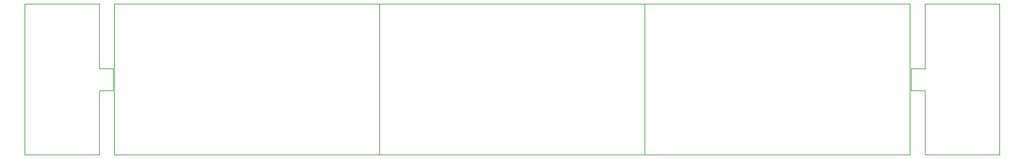
<source format=gbr>
%TF.GenerationSoftware,KiCad,Pcbnew,8.0.2*%
%TF.CreationDate,2025-03-04T10:53:31+01:00*%
%TF.ProjectId,USB-C_PD_Module_PANELIZED,5553422d-435f-4504-945f-4d6f64756c65,rev?*%
%TF.SameCoordinates,Original*%
%TF.FileFunction,Profile,NP*%
%FSLAX46Y46*%
G04 Gerber Fmt 4.6, Leading zero omitted, Abs format (unit mm)*
G04 Created by KiCad (PCBNEW 8.0.2) date 2025-03-04 10:53:31*
%MOMM*%
%LPD*%
G01*
G04 APERTURE LIST*
%TA.AperFunction,Profile*%
%ADD10C,0.100000*%
%TD*%
G04 APERTURE END LIST*
D10*
X166280000Y-40320000D02*
X130720000Y-40320000D01*
X93159000Y-31660000D02*
X94960000Y-31660000D01*
X130720000Y-20000000D02*
X166280000Y-20000000D01*
X95160000Y-40320000D02*
X95160000Y-20000000D01*
X166280000Y-20000000D02*
X201840000Y-20000000D01*
X203841000Y-28660000D02*
X202037799Y-28660000D01*
X93159000Y-20000000D02*
X83159000Y-20000000D01*
X83159000Y-20000000D02*
X83159000Y-40320000D01*
X166280000Y-40320000D02*
X166280000Y-20000000D01*
X202037799Y-28660000D02*
X202038365Y-31660000D01*
X130720000Y-40320000D02*
X130720000Y-20000000D01*
X93159000Y-28660000D02*
X93159000Y-20000000D01*
X201840000Y-40320000D02*
X166280000Y-40320000D01*
X83159000Y-40320000D02*
X93159000Y-40320000D01*
X203841000Y-31660000D02*
X203841000Y-40320000D01*
X94960000Y-31660000D02*
X94960000Y-28660000D01*
X201840000Y-20000000D02*
X201840000Y-40320000D01*
X93159000Y-40320000D02*
X93159000Y-31660000D01*
X202038365Y-31660000D02*
X203841000Y-31660000D01*
X213841000Y-20000000D02*
X203841000Y-20000000D01*
X94960000Y-28660000D02*
X93159000Y-28660000D01*
X130720000Y-20000000D02*
X130720000Y-40320000D01*
X203841000Y-20000000D02*
X203841000Y-28660000D01*
X130720000Y-40320000D02*
X95160000Y-40320000D01*
X95160000Y-20000000D02*
X130720000Y-20000000D01*
X203841000Y-40320000D02*
X213841000Y-40320000D01*
X213841000Y-40320000D02*
X213841000Y-20000000D01*
X166280000Y-20000000D02*
X166280000Y-40320000D01*
M02*

</source>
